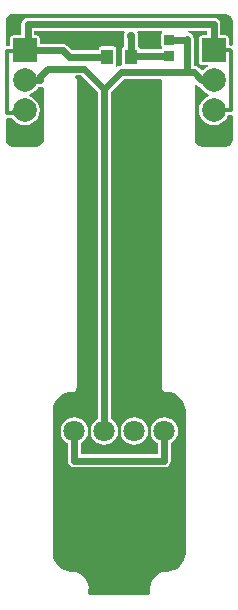
<source format=gtl>
G04*
G04 #@! TF.GenerationSoftware,Altium Limited,Altium Designer,18.1.7 (191)*
G04*
G04 Layer_Physical_Order=1*
G04 Layer_Color=255*
%FSLAX44Y44*%
%MOMM*%
G71*
G01*
G75*
%ADD11R,0.8500X0.8500*%
%ADD12R,1.0000X1.2500*%
%ADD19C,0.3000*%
%ADD20C,0.6000*%
%ADD21C,1.8000*%
%ADD22C,2.0000*%
%ADD23R,2.0000X2.0000*%
%ADD24C,0.7000*%
G36*
X-63885Y433881D02*
X-63885Y405085D01*
X-63885Y391355D01*
X-63885Y390085D01*
X-64057Y388886D01*
X-64289Y387720D01*
X-65629Y385714D01*
X-67635Y384374D01*
X-68801Y384142D01*
X-70000Y383970D01*
Y383970D01*
X-90000Y383970D01*
X-90167Y383937D01*
X-92366Y384374D01*
X-94371Y385714D01*
X-95711Y387720D01*
X-96149Y389918D01*
X-96116Y390085D01*
Y407663D01*
X-95134Y408469D01*
X-94690Y408381D01*
X-90997D01*
X-90954Y408276D01*
X-88944Y405656D01*
X-86324Y403646D01*
X-83274Y402383D01*
X-80000Y401952D01*
X-76726Y402383D01*
X-73676Y403646D01*
X-71056Y405656D01*
X-69046Y408276D01*
X-67783Y411326D01*
X-67352Y414600D01*
X-67783Y417874D01*
X-69046Y420924D01*
X-71056Y423544D01*
X-73676Y425554D01*
X-76233Y426613D01*
Y427987D01*
X-73676Y429046D01*
X-71056Y431056D01*
X-69046Y433676D01*
X-68766Y434352D01*
X-66810D01*
X-65155Y434681D01*
X-63885Y433881D01*
D02*
G37*
G36*
X66006Y436006D02*
X66006Y436006D01*
X67838Y434781D01*
X68656Y434619D01*
X69046Y433676D01*
X71056Y431056D01*
X73676Y429046D01*
X76233Y427987D01*
Y426613D01*
X73676Y425554D01*
X71056Y423544D01*
X69046Y420924D01*
X67783Y417874D01*
X67352Y414600D01*
X67783Y411326D01*
X69046Y408276D01*
X71056Y405656D01*
X73676Y403646D01*
X76726Y402383D01*
X80000Y401952D01*
X83274Y402383D01*
X86324Y403646D01*
X88944Y405656D01*
X90954Y408276D01*
X91867Y410481D01*
X94290D01*
X94845Y410591D01*
X96115Y409550D01*
Y390000D01*
X96149Y389833D01*
X95711Y387634D01*
X94371Y385629D01*
X92366Y384289D01*
X90167Y383852D01*
X90000Y383885D01*
X70000Y383885D01*
X70000Y383885D01*
X70000Y383885D01*
X68801Y384057D01*
X67634Y384289D01*
X65629Y385629D01*
X64289Y387634D01*
X63851Y389833D01*
X63885Y390000D01*
X63885Y405000D01*
X63885Y436468D01*
X65058Y436954D01*
X66006Y436006D01*
D02*
G37*
G36*
X-18348Y430360D02*
Y153151D01*
X-18520Y153080D01*
X-20930Y151230D01*
X-22780Y148820D01*
X-23943Y146012D01*
X-24340Y143000D01*
X-23943Y139987D01*
X-22780Y137180D01*
X-20930Y134770D01*
X-18520Y132920D01*
X-15712Y131757D01*
X-12700Y131360D01*
X-9688Y131757D01*
X-6880Y132920D01*
X-4470Y134770D01*
X-2620Y137180D01*
X-1457Y139987D01*
X-1060Y143000D01*
X-1457Y146012D01*
X-2620Y148820D01*
X-4470Y151230D01*
X-6880Y153080D01*
X-7052Y153151D01*
Y430360D01*
X3750Y441162D01*
X34988D01*
X35966Y440000D01*
X35966Y439998D01*
X36115Y179998D01*
X36262Y179263D01*
X36411Y178513D01*
X36412Y178512D01*
X36412Y178511D01*
X36829Y177888D01*
X37253Y177253D01*
X37254Y177253D01*
X37255Y177252D01*
X37892Y176826D01*
X38513Y176411D01*
X38514Y176411D01*
X38516Y176410D01*
X39267Y176261D01*
X40000Y176115D01*
X41230Y176019D01*
X43149Y175831D01*
X46177Y174912D01*
X48967Y173421D01*
X51413Y171413D01*
X53421Y168967D01*
X54912Y166177D01*
X55831Y163149D01*
X56132Y160085D01*
X56115Y160000D01*
X56115Y40000D01*
X56132Y39915D01*
X55831Y36851D01*
X54912Y33823D01*
X53421Y31033D01*
X51413Y28587D01*
X48967Y26579D01*
X46177Y25088D01*
X43149Y24169D01*
X41248Y23982D01*
X40000Y23929D01*
Y23929D01*
X36395Y23455D01*
X33035Y22063D01*
X30151Y19849D01*
X27937Y16965D01*
X26545Y13605D01*
X26071Y10000D01*
X26071D01*
X26141Y8759D01*
X26207Y5695D01*
X25604Y4793D01*
X24578Y4107D01*
X24388Y4070D01*
X23244Y3905D01*
X23934Y4006D01*
X24388Y4070D01*
X24427Y4077D01*
X23934Y4006D01*
X23179Y3899D01*
X21942Y3885D01*
X21764Y3885D01*
X-21764D01*
X-21942Y3885D01*
X-23179Y3899D01*
X-23934Y4006D01*
X-24427Y4077D01*
X-24388Y4070D01*
X-23934Y4006D01*
X-23244Y3905D01*
X-24388Y4070D01*
X-24578Y4107D01*
X-25604Y4793D01*
X-26207Y5695D01*
X-26141Y8759D01*
X-26071Y10000D01*
Y10000D01*
X-26071Y10000D01*
X-26546Y13605D01*
X-27937Y16965D01*
X-30151Y19849D01*
X-33035Y22063D01*
X-36395Y23455D01*
X-38778Y23768D01*
X-40000Y23929D01*
X-41248Y23982D01*
X-43149Y24169D01*
X-46177Y25088D01*
X-48967Y26579D01*
X-51413Y28587D01*
X-53421Y31033D01*
X-54912Y33823D01*
X-55831Y36851D01*
X-56132Y39915D01*
X-56115Y40000D01*
Y160000D01*
X-56132Y160085D01*
X-55831Y163149D01*
X-54912Y166177D01*
X-53421Y168967D01*
X-51413Y171413D01*
X-48967Y173421D01*
X-46177Y174912D01*
X-43149Y175831D01*
X-41230Y176019D01*
X-40000Y176115D01*
X-39260Y176263D01*
X-38519Y176409D01*
X-38517Y176410D01*
X-38513Y176411D01*
X-37887Y176830D01*
X-37258Y177249D01*
X-37256Y177251D01*
X-37253Y177253D01*
X-36833Y177882D01*
X-36414Y178507D01*
X-36413Y178511D01*
X-36411Y178513D01*
X-36264Y179254D01*
X-36115Y179993D01*
X-35757Y395156D01*
X-35760Y395171D01*
X-35757Y395186D01*
X-36032Y440024D01*
X-36182Y440754D01*
X-36328Y441487D01*
X-36335Y441497D01*
X-36337Y441509D01*
X-36755Y442126D01*
X-37170Y442747D01*
X-37164Y442907D01*
X-36968Y444140D01*
X-36802Y444352D01*
X-32340D01*
X-18348Y430360D01*
D02*
G37*
G36*
X-90002Y496201D02*
X88730Y496116D01*
X90000Y496115D01*
X91199Y495943D01*
X92366Y495711D01*
X94371Y494371D01*
X95711Y492366D01*
X96149Y490167D01*
X96115Y490000D01*
Y469916D01*
X94845Y469250D01*
X93490Y469519D01*
X92590D01*
Y475400D01*
X92393Y476391D01*
X91831Y477231D01*
X90991Y477793D01*
X90000Y477990D01*
X85648D01*
Y487500D01*
X85218Y489662D01*
X83994Y491494D01*
X82162Y492719D01*
X80000Y493148D01*
X-77500D01*
X-79662Y492719D01*
X-81494Y491494D01*
X-82719Y489662D01*
X-83148Y487500D01*
Y477990D01*
X-90000D01*
X-90991Y477793D01*
X-91831Y477231D01*
X-92393Y476391D01*
X-92590Y475400D01*
Y469119D01*
X-94690D01*
X-95134Y469031D01*
X-96116Y469837D01*
Y490085D01*
X-96149Y490252D01*
X-95711Y492451D01*
X-94371Y494456D01*
X-92366Y495797D01*
X-90168Y496234D01*
X-90002Y496201D01*
D02*
G37*
G36*
X36419Y480582D02*
X36419Y480581D01*
X35857Y479741D01*
X35660Y478750D01*
Y470250D01*
X35857Y469259D01*
X36419Y468419D01*
X36495Y468368D01*
X36582Y467056D01*
X35692Y466148D01*
X17590D01*
Y466250D01*
X17393Y467241D01*
X16831Y468081D01*
X15991Y468643D01*
X15648Y468711D01*
Y475082D01*
X15690Y475143D01*
X16158Y477500D01*
X15690Y479857D01*
X15105Y480731D01*
X15704Y481852D01*
X36034D01*
X36419Y480582D01*
D02*
G37*
G36*
X4895Y480731D02*
X4311Y479857D01*
X3842Y477500D01*
X4311Y475143D01*
X4351Y475082D01*
Y468711D01*
X4009Y468643D01*
X3169Y468081D01*
X2607Y467241D01*
X2410Y466250D01*
Y453750D01*
X2414Y453729D01*
X1411Y452459D01*
X1411Y452459D01*
X-751Y452029D01*
X-2436Y450903D01*
X-3169Y451919D01*
X-2607Y452759D01*
X-2410Y453750D01*
Y466250D01*
X-2607Y467241D01*
X-3169Y468081D01*
X-4009Y468643D01*
X-5000Y468840D01*
X-15000D01*
X-15991Y468643D01*
X-16831Y468081D01*
X-17393Y467241D01*
X-17590Y466250D01*
Y465648D01*
X-40160D01*
X-43906Y469394D01*
X-45738Y470619D01*
X-47900Y471049D01*
X-47900Y471049D01*
X-67410D01*
Y475400D01*
X-67607Y476391D01*
X-68169Y477231D01*
X-69009Y477793D01*
X-70000Y477990D01*
X-71852D01*
Y481852D01*
X4296D01*
X4895Y480731D01*
D02*
G37*
G36*
X74352Y477990D02*
X70000D01*
X69009Y477793D01*
X68169Y477231D01*
X67607Y476391D01*
X67410Y475400D01*
Y455400D01*
X67607Y454409D01*
X68169Y453569D01*
X69009Y453007D01*
X70000Y452810D01*
X74839D01*
X75092Y451540D01*
X73676Y450954D01*
X71056Y448944D01*
X70932Y448781D01*
X69665Y448698D01*
X67559Y450804D01*
X65726Y452029D01*
X63565Y452459D01*
X63148Y453592D01*
Y475000D01*
X62719Y477162D01*
X61494Y478994D01*
X59662Y480219D01*
X57837Y480582D01*
X57962Y481852D01*
X74352D01*
Y477990D01*
D02*
G37*
%LPC*%
G36*
X12700Y154640D02*
X9688Y154243D01*
X6880Y153080D01*
X4470Y151230D01*
X2620Y148820D01*
X1457Y146012D01*
X1060Y143000D01*
X1457Y139987D01*
X2620Y137180D01*
X4470Y134770D01*
X6880Y132920D01*
X9688Y131757D01*
X12700Y131360D01*
X15712Y131757D01*
X18520Y132920D01*
X20930Y134770D01*
X22780Y137180D01*
X23943Y139987D01*
X24340Y143000D01*
X23943Y146012D01*
X22780Y148820D01*
X20930Y151230D01*
X18520Y153080D01*
X15712Y154243D01*
X12700Y154640D01*
D02*
G37*
G36*
X38100D02*
X35087Y154243D01*
X32280Y153080D01*
X29870Y151230D01*
X28020Y148820D01*
X26857Y146012D01*
X26460Y143000D01*
X26857Y139987D01*
X28020Y137180D01*
X29870Y134770D01*
X32280Y132920D01*
X32452Y132849D01*
Y123749D01*
X-32452D01*
Y132849D01*
X-32280Y132920D01*
X-29870Y134770D01*
X-28020Y137180D01*
X-26857Y139987D01*
X-26460Y143000D01*
X-26857Y146012D01*
X-28020Y148820D01*
X-29870Y151230D01*
X-32280Y153080D01*
X-35087Y154243D01*
X-38100Y154640D01*
X-41112Y154243D01*
X-43920Y153080D01*
X-46330Y151230D01*
X-48180Y148820D01*
X-49343Y146012D01*
X-49739Y143000D01*
X-49343Y139987D01*
X-48180Y137180D01*
X-46330Y134770D01*
X-43920Y132920D01*
X-43748Y132849D01*
Y118100D01*
X-43319Y115938D01*
X-42094Y114106D01*
X-40262Y112881D01*
X-38100Y112451D01*
X38100D01*
X40262Y112881D01*
X42094Y114106D01*
X43319Y115938D01*
X43749Y118100D01*
Y132849D01*
X43920Y132920D01*
X46330Y134770D01*
X48180Y137180D01*
X49343Y139987D01*
X49739Y143000D01*
X49343Y146012D01*
X48180Y148820D01*
X46330Y151230D01*
X43920Y153080D01*
X41112Y154243D01*
X38100Y154640D01*
D02*
G37*
%LPD*%
D11*
X42500Y474500D02*
D03*
Y460500D02*
D03*
D12*
X-10000Y460000D02*
D03*
X10000D02*
D03*
D19*
X80000Y465400D02*
X93490D01*
X94290Y464600D01*
Y414600D02*
Y464600D01*
X80000Y414600D02*
X94290D01*
X-94690Y412500D02*
X-90000D01*
X-87900Y414600D01*
X-80000D01*
X-94690Y412500D02*
Y465000D01*
X-80400D01*
X-80000Y465400D01*
D20*
X-77500Y467900D01*
Y487500D01*
X80000D01*
Y465400D02*
Y487500D01*
X10000Y460000D02*
Y477500D01*
X-80000Y465400D02*
X-47900D01*
X-42500Y460000D01*
X-10000D01*
X57500Y446810D02*
X63565D01*
X43416D02*
X57500D01*
X42500Y474500D02*
X57000D01*
X57500Y475000D01*
Y446810D02*
Y475000D01*
X10000Y460000D02*
X10500Y460500D01*
X42500D01*
X-12700Y432700D02*
X1411Y446811D01*
X43415D01*
X43416Y446810D01*
X63565D02*
X66810Y443565D01*
Y443190D02*
Y443565D01*
Y443190D02*
X70000Y440000D01*
X80000D01*
X-80000D02*
X-66810D01*
Y443565D01*
X-60375Y450000D01*
X-30000D01*
X-12700Y432700D01*
Y143000D02*
Y432700D01*
X38100Y118100D02*
Y143000D01*
X-38100Y118100D02*
X38100D01*
X-38100D02*
Y143000D01*
D21*
X12700D02*
D03*
X-12700D02*
D03*
X-38100D02*
D03*
X38100D02*
D03*
D22*
X-80000Y414600D02*
D03*
Y440000D02*
D03*
X80000Y414600D02*
D03*
Y440000D02*
D03*
D23*
X-80000Y465400D02*
D03*
X80000D02*
D03*
D24*
X10000Y477500D02*
D03*
M02*

</source>
